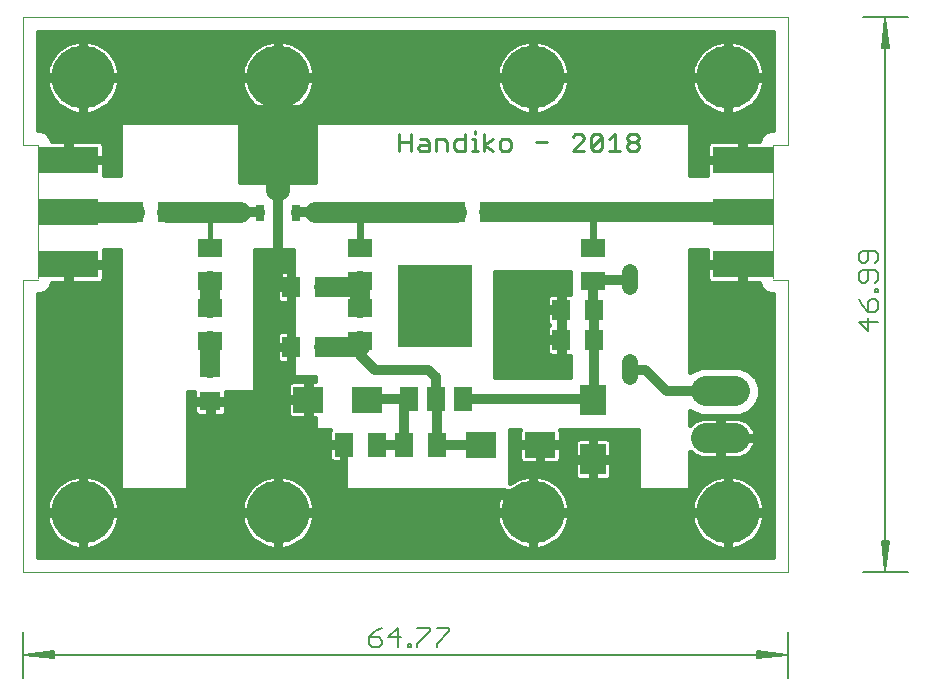
<source format=gtl>
G75*
%MOIN*%
%OFA0B0*%
%FSLAX25Y25*%
%IPPOS*%
%LPD*%
%AMOC8*
5,1,8,0,0,1.08239X$1,22.5*
%
%ADD10R,0.25000X0.27500*%
%ADD11C,0.00512*%
%ADD12C,0.00600*%
%ADD13C,0.00900*%
%ADD14C,0.00000*%
%ADD15R,0.08661X0.10236*%
%ADD16R,0.06299X0.07087*%
%ADD17R,0.10236X0.08661*%
%ADD18R,0.07087X0.06299*%
%ADD19C,0.05200*%
%ADD20R,0.05900X0.07900*%
%ADD21R,0.15000X0.07900*%
%ADD22C,0.09900*%
%ADD23R,0.06299X0.07874*%
%ADD24R,0.07874X0.06299*%
%ADD25R,0.03150X0.05512*%
%ADD26R,0.03150X0.07480*%
%ADD27C,0.06000*%
%ADD28R,0.20000X0.09000*%
%ADD29C,0.21000*%
%ADD30C,0.03200*%
%ADD31C,0.07000*%
%ADD32C,0.01600*%
%ADD33C,0.02400*%
%ADD34C,0.06600*%
%ADD35OC8,0.05000*%
D10*
X0171006Y0125183D03*
D11*
X0033506Y0016433D02*
X0033506Y0001256D01*
X0033762Y0008933D02*
X0043743Y0007909D01*
X0043743Y0007676D02*
X0033762Y0008933D01*
X0043743Y0009957D01*
X0043743Y0010190D02*
X0043743Y0007676D01*
X0043743Y0008421D02*
X0033762Y0008933D01*
X0043743Y0009445D01*
X0043743Y0010190D02*
X0033762Y0008933D01*
X0288250Y0008933D01*
X0278270Y0007909D01*
X0278270Y0007676D02*
X0288250Y0008933D01*
X0278270Y0009957D01*
X0278270Y0010190D02*
X0278270Y0007676D01*
X0278270Y0008421D02*
X0288250Y0008933D01*
X0278270Y0009445D01*
X0278270Y0010190D02*
X0288250Y0008933D01*
X0288506Y0016433D02*
X0288506Y0001256D01*
X0313506Y0036433D02*
X0328683Y0036433D01*
X0321006Y0036689D02*
X0322030Y0046669D01*
X0322263Y0046669D02*
X0321006Y0036689D01*
X0319983Y0046669D01*
X0319749Y0046669D02*
X0322263Y0046669D01*
X0321518Y0046669D02*
X0321006Y0036689D01*
X0320494Y0046669D01*
X0319749Y0046669D02*
X0321006Y0036689D01*
X0321006Y0221177D01*
X0322030Y0211197D01*
X0322263Y0211197D02*
X0321006Y0221177D01*
X0319983Y0211197D01*
X0319749Y0211197D02*
X0322263Y0211197D01*
X0321518Y0211197D02*
X0321006Y0221177D01*
X0320494Y0211197D01*
X0319749Y0211197D02*
X0321006Y0221177D01*
X0313506Y0221433D02*
X0328683Y0221433D01*
D12*
X0317377Y0143587D02*
X0313107Y0143587D01*
X0312039Y0142520D01*
X0312039Y0140385D01*
X0313107Y0139317D01*
X0314174Y0139317D01*
X0315242Y0140385D01*
X0315242Y0143587D01*
X0317377Y0143587D02*
X0318444Y0142520D01*
X0318444Y0140385D01*
X0317377Y0139317D01*
X0317377Y0137142D02*
X0313107Y0137142D01*
X0312039Y0136074D01*
X0312039Y0133939D01*
X0313107Y0132872D01*
X0314174Y0132872D01*
X0315242Y0133939D01*
X0315242Y0137142D01*
X0317377Y0137142D02*
X0318444Y0136074D01*
X0318444Y0133939D01*
X0317377Y0132872D01*
X0317377Y0130716D02*
X0318444Y0130716D01*
X0318444Y0129649D01*
X0317377Y0129649D01*
X0317377Y0130716D01*
X0317377Y0127474D02*
X0316309Y0127474D01*
X0315242Y0126406D01*
X0315242Y0123203D01*
X0317377Y0123203D01*
X0318444Y0124271D01*
X0318444Y0126406D01*
X0317377Y0127474D01*
X0313107Y0125339D02*
X0315242Y0123203D01*
X0315242Y0121028D02*
X0315242Y0116758D01*
X0312039Y0119961D01*
X0318444Y0119961D01*
X0313107Y0125339D02*
X0312039Y0127474D01*
X0175661Y0017900D02*
X0171390Y0017900D01*
X0169215Y0017900D02*
X0169215Y0016833D01*
X0164945Y0012562D01*
X0164945Y0011495D01*
X0162790Y0011495D02*
X0161722Y0011495D01*
X0161722Y0012562D01*
X0162790Y0012562D01*
X0162790Y0011495D01*
X0158479Y0011495D02*
X0158479Y0017900D01*
X0155277Y0014698D01*
X0159547Y0014698D01*
X0164945Y0017900D02*
X0169215Y0017900D01*
X0171390Y0012562D02*
X0175661Y0016833D01*
X0175661Y0017900D01*
X0171390Y0012562D02*
X0171390Y0011495D01*
X0153101Y0012562D02*
X0153101Y0013630D01*
X0152034Y0014698D01*
X0148831Y0014698D01*
X0148831Y0012562D01*
X0149899Y0011495D01*
X0152034Y0011495D01*
X0153101Y0012562D01*
X0150966Y0016833D02*
X0148831Y0014698D01*
X0150966Y0016833D02*
X0153101Y0017900D01*
D13*
X0158956Y0176883D02*
X0158956Y0182588D01*
X0158956Y0179736D02*
X0162760Y0179736D01*
X0162760Y0182588D02*
X0162760Y0176883D01*
X0165033Y0177834D02*
X0165984Y0178785D01*
X0168837Y0178785D01*
X0168837Y0179736D02*
X0168837Y0176883D01*
X0165984Y0176883D01*
X0165033Y0177834D01*
X0167886Y0180686D02*
X0168837Y0179736D01*
X0167886Y0180686D02*
X0165984Y0180686D01*
X0171111Y0180686D02*
X0173963Y0180686D01*
X0174914Y0179736D01*
X0174914Y0176883D01*
X0177188Y0177834D02*
X0177188Y0179736D01*
X0178139Y0180686D01*
X0180991Y0180686D01*
X0180991Y0182588D02*
X0180991Y0176883D01*
X0178139Y0176883D01*
X0177188Y0177834D01*
X0183265Y0176883D02*
X0185167Y0176883D01*
X0184216Y0176883D02*
X0184216Y0180686D01*
X0183265Y0180686D01*
X0184216Y0182588D02*
X0184216Y0183539D01*
X0187317Y0182588D02*
X0187317Y0176883D01*
X0187317Y0178785D02*
X0190169Y0180686D01*
X0192381Y0179736D02*
X0192381Y0177834D01*
X0193332Y0176883D01*
X0195233Y0176883D01*
X0196184Y0177834D01*
X0196184Y0179736D01*
X0195233Y0180686D01*
X0193332Y0180686D01*
X0192381Y0179736D01*
X0190169Y0176883D02*
X0187317Y0178785D01*
X0171111Y0176883D02*
X0171111Y0180686D01*
X0204535Y0179736D02*
X0208338Y0179736D01*
X0216690Y0181637D02*
X0217640Y0182588D01*
X0219542Y0182588D01*
X0220493Y0181637D01*
X0220493Y0180686D01*
X0216690Y0176883D01*
X0220493Y0176883D01*
X0222767Y0177834D02*
X0226570Y0181637D01*
X0226570Y0177834D01*
X0225619Y0176883D01*
X0223718Y0176883D01*
X0222767Y0177834D01*
X0222767Y0181637D01*
X0223718Y0182588D01*
X0225619Y0182588D01*
X0226570Y0181637D01*
X0228844Y0180686D02*
X0230746Y0182588D01*
X0230746Y0176883D01*
X0232647Y0176883D02*
X0228844Y0176883D01*
X0234921Y0177834D02*
X0234921Y0178785D01*
X0235872Y0179736D01*
X0237774Y0179736D01*
X0238724Y0178785D01*
X0238724Y0177834D01*
X0237774Y0176883D01*
X0235872Y0176883D01*
X0234921Y0177834D01*
X0235872Y0179736D02*
X0234921Y0180686D01*
X0234921Y0181637D01*
X0235872Y0182588D01*
X0237774Y0182588D01*
X0238724Y0181637D01*
X0238724Y0180686D01*
X0237774Y0179736D01*
D14*
X0283506Y0178933D02*
X0288506Y0178933D01*
X0288506Y0221433D01*
X0033506Y0221433D01*
X0033506Y0178933D01*
X0038506Y0178933D01*
X0038506Y0178433D02*
X0038506Y0134433D01*
X0038506Y0133933D02*
X0033506Y0133933D01*
X0033506Y0036433D01*
X0288506Y0036433D01*
X0288506Y0133933D01*
X0283506Y0133933D01*
X0283506Y0134433D02*
X0283506Y0178433D01*
D15*
X0223506Y0093776D03*
X0223506Y0074091D03*
D16*
X0224018Y0113933D03*
X0212994Y0113933D03*
X0212994Y0123933D03*
X0224018Y0123933D03*
X0189018Y0156433D03*
X0177994Y0156433D03*
X0134018Y0131433D03*
X0122994Y0131433D03*
X0122994Y0111433D03*
X0134018Y0111433D03*
X0081518Y0156433D03*
X0070494Y0156433D03*
D17*
X0128664Y0093933D03*
X0148349Y0093933D03*
X0186164Y0078933D03*
X0205849Y0078933D03*
D18*
X0096006Y0093421D03*
X0096006Y0104445D03*
D19*
X0236006Y0106533D02*
X0236006Y0101333D01*
X0236006Y0131333D02*
X0236006Y0136533D01*
D20*
X0180106Y0094033D03*
X0171106Y0094033D03*
X0162106Y0094033D03*
D21*
X0171006Y0118833D03*
D22*
X0261056Y0096733D02*
X0270956Y0096733D01*
X0270956Y0081133D02*
X0261056Y0081133D01*
D23*
X0171518Y0078933D03*
X0160494Y0078933D03*
X0151518Y0078933D03*
X0140494Y0078933D03*
D24*
X0146006Y0113421D03*
X0146006Y0124445D03*
X0146006Y0133421D03*
X0146006Y0144445D03*
X0096006Y0144445D03*
X0096006Y0133421D03*
X0096006Y0124445D03*
X0096006Y0113421D03*
X0223506Y0133421D03*
X0223506Y0144445D03*
D25*
X0124408Y0156134D03*
X0112605Y0156134D03*
D26*
X0118506Y0157134D03*
D27*
X0119506Y0163449D02*
X0117506Y0163449D01*
X0117506Y0171819D01*
X0119506Y0171819D01*
X0119506Y0163449D01*
X0119506Y0169448D02*
X0117506Y0169448D01*
D28*
X0048606Y0173833D03*
X0048606Y0156433D03*
X0048606Y0139033D03*
X0273406Y0139033D03*
X0273406Y0156433D03*
X0273406Y0173833D03*
D29*
X0268506Y0201433D03*
X0203506Y0201433D03*
X0118506Y0201433D03*
X0053506Y0201433D03*
X0053506Y0056433D03*
X0118506Y0056433D03*
X0203506Y0056433D03*
X0268506Y0056433D03*
D30*
X0224018Y0094287D02*
X0223506Y0093776D01*
X0223249Y0094033D01*
X0180106Y0094033D01*
X0171518Y0093621D02*
X0171106Y0094033D01*
X0171106Y0101333D01*
X0168506Y0103933D01*
X0151006Y0103933D01*
X0146006Y0108933D01*
X0146006Y0111433D01*
X0148449Y0094033D02*
X0148349Y0093933D01*
X0148449Y0094033D02*
X0160494Y0094033D01*
X0160494Y0078933D01*
X0151518Y0078933D01*
X0171518Y0078933D02*
X0186164Y0078933D01*
X0171518Y0078933D02*
X0171518Y0093621D01*
X0162106Y0094033D02*
X0160494Y0094033D01*
X0122994Y0131433D02*
X0118506Y0131433D01*
X0118506Y0157134D01*
X0118506Y0167634D01*
X0112605Y0156433D02*
X0106006Y0156433D01*
X0112605Y0156433D02*
X0112605Y0156134D01*
X0124408Y0156134D02*
X0124408Y0156433D01*
X0131006Y0156433D01*
X0223506Y0133421D02*
X0223506Y0124445D01*
X0224018Y0123933D01*
X0224018Y0113933D01*
X0224018Y0094287D01*
X0236006Y0103933D02*
X0241006Y0103933D01*
X0248206Y0096733D01*
X0266006Y0096733D01*
X0224018Y0133933D02*
X0223506Y0133421D01*
X0224018Y0133933D02*
X0236006Y0133933D01*
D31*
X0177994Y0156433D02*
X0146006Y0156433D01*
X0131006Y0156433D01*
X0106006Y0156433D02*
X0096006Y0156433D01*
X0081518Y0156433D01*
X0070494Y0156433D02*
X0048606Y0156433D01*
D32*
X0060363Y0168933D02*
X0060406Y0169096D01*
X0060406Y0173033D01*
X0049406Y0173033D01*
X0049406Y0174633D01*
X0047806Y0174633D01*
X0047806Y0180133D01*
X0043205Y0180133D01*
X0042576Y0181652D01*
X0041225Y0183002D01*
X0039461Y0183733D01*
X0038506Y0183733D01*
X0038506Y0216433D01*
X0283506Y0216433D01*
X0283506Y0183733D01*
X0282552Y0183733D01*
X0280787Y0183002D01*
X0279437Y0181652D01*
X0278808Y0180133D01*
X0274206Y0180133D01*
X0274206Y0174633D01*
X0272606Y0174633D01*
X0272606Y0173033D01*
X0261606Y0173033D01*
X0261606Y0169096D01*
X0261650Y0168933D01*
X0256006Y0168933D01*
X0256006Y0186433D01*
X0066006Y0186433D01*
X0066006Y0168933D01*
X0060363Y0168933D01*
X0060406Y0169110D02*
X0066006Y0169110D01*
X0066006Y0170708D02*
X0060406Y0170708D01*
X0060406Y0172307D02*
X0066006Y0172307D01*
X0066006Y0173905D02*
X0049406Y0173905D01*
X0049406Y0174633D02*
X0060406Y0174633D01*
X0060406Y0178570D01*
X0060284Y0179028D01*
X0060047Y0179438D01*
X0059712Y0179773D01*
X0059301Y0180010D01*
X0058843Y0180133D01*
X0049406Y0180133D01*
X0049406Y0174633D01*
X0049406Y0175504D02*
X0047806Y0175504D01*
X0047806Y0177102D02*
X0049406Y0177102D01*
X0049406Y0178701D02*
X0047806Y0178701D01*
X0043136Y0180299D02*
X0066006Y0180299D01*
X0066006Y0178701D02*
X0060371Y0178701D01*
X0060406Y0177102D02*
X0066006Y0177102D01*
X0066006Y0175504D02*
X0060406Y0175504D01*
X0066006Y0181898D02*
X0042330Y0181898D01*
X0040033Y0183496D02*
X0066006Y0183496D01*
X0066006Y0185095D02*
X0038506Y0185095D01*
X0038506Y0186693D02*
X0283506Y0186693D01*
X0283506Y0185095D02*
X0256006Y0185095D01*
X0256006Y0183496D02*
X0281979Y0183496D01*
X0279683Y0181898D02*
X0256006Y0181898D01*
X0256006Y0180299D02*
X0278877Y0180299D01*
X0274206Y0178701D02*
X0272606Y0178701D01*
X0272606Y0180133D02*
X0263169Y0180133D01*
X0262712Y0180010D01*
X0262301Y0179773D01*
X0261966Y0179438D01*
X0261729Y0179028D01*
X0261606Y0178570D01*
X0261606Y0174633D01*
X0272606Y0174633D01*
X0272606Y0180133D01*
X0272606Y0177102D02*
X0274206Y0177102D01*
X0274206Y0175504D02*
X0272606Y0175504D01*
X0272606Y0173905D02*
X0256006Y0173905D01*
X0256006Y0172307D02*
X0261606Y0172307D01*
X0261606Y0170708D02*
X0256006Y0170708D01*
X0256006Y0169110D02*
X0261606Y0169110D01*
X0261606Y0175504D02*
X0256006Y0175504D01*
X0256006Y0177102D02*
X0261606Y0177102D01*
X0261641Y0178701D02*
X0256006Y0178701D01*
X0266443Y0189288D02*
X0267706Y0189145D01*
X0267706Y0200633D01*
X0256219Y0200633D01*
X0256361Y0199369D01*
X0256668Y0198023D01*
X0257125Y0196719D01*
X0257724Y0195474D01*
X0258459Y0194304D01*
X0259320Y0193224D01*
X0260297Y0192247D01*
X0261377Y0191386D01*
X0262547Y0190651D01*
X0263792Y0190051D01*
X0265096Y0189595D01*
X0266443Y0189288D01*
X0267706Y0189890D02*
X0269306Y0189890D01*
X0269306Y0189145D02*
X0270570Y0189288D01*
X0271917Y0189595D01*
X0273221Y0190051D01*
X0274465Y0190651D01*
X0275635Y0191386D01*
X0276715Y0192247D01*
X0277692Y0193224D01*
X0278553Y0194304D01*
X0279288Y0195474D01*
X0279888Y0196719D01*
X0280344Y0198023D01*
X0280652Y0199369D01*
X0280794Y0200633D01*
X0269306Y0200633D01*
X0269306Y0189145D01*
X0269306Y0191489D02*
X0267706Y0191489D01*
X0267706Y0193087D02*
X0269306Y0193087D01*
X0269306Y0194686D02*
X0267706Y0194686D01*
X0267706Y0196284D02*
X0269306Y0196284D01*
X0269306Y0197883D02*
X0267706Y0197883D01*
X0267706Y0199481D02*
X0269306Y0199481D01*
X0269306Y0200633D02*
X0267706Y0200633D01*
X0267706Y0202233D01*
X0256219Y0202233D01*
X0256361Y0203497D01*
X0256668Y0204844D01*
X0257125Y0206147D01*
X0257724Y0207392D01*
X0258459Y0208562D01*
X0259320Y0209642D01*
X0260297Y0210619D01*
X0261377Y0211480D01*
X0262547Y0212215D01*
X0263792Y0212815D01*
X0265096Y0213271D01*
X0266443Y0213578D01*
X0267706Y0213721D01*
X0267706Y0202233D01*
X0269306Y0202233D01*
X0269306Y0213721D01*
X0270570Y0213578D01*
X0271917Y0213271D01*
X0273221Y0212815D01*
X0274465Y0212215D01*
X0275635Y0211480D01*
X0276715Y0210619D01*
X0277692Y0209642D01*
X0278553Y0208562D01*
X0279288Y0207392D01*
X0279888Y0206147D01*
X0280344Y0204844D01*
X0280652Y0203497D01*
X0280794Y0202233D01*
X0269306Y0202233D01*
X0269306Y0200633D01*
X0269306Y0201080D02*
X0283506Y0201080D01*
X0283506Y0202678D02*
X0280744Y0202678D01*
X0280474Y0204277D02*
X0283506Y0204277D01*
X0283506Y0205875D02*
X0279983Y0205875D01*
X0279237Y0207474D02*
X0283506Y0207474D01*
X0283506Y0209072D02*
X0278147Y0209072D01*
X0276650Y0210671D02*
X0283506Y0210671D01*
X0283506Y0212269D02*
X0274353Y0212269D01*
X0269306Y0212269D02*
X0267706Y0212269D01*
X0267706Y0210671D02*
X0269306Y0210671D01*
X0269306Y0209072D02*
X0267706Y0209072D01*
X0267706Y0207474D02*
X0269306Y0207474D01*
X0269306Y0205875D02*
X0267706Y0205875D01*
X0267706Y0204277D02*
X0269306Y0204277D01*
X0269306Y0202678D02*
X0267706Y0202678D01*
X0267706Y0201080D02*
X0204306Y0201080D01*
X0204306Y0200633D02*
X0204306Y0202233D01*
X0202706Y0202233D01*
X0202706Y0200633D01*
X0191219Y0200633D01*
X0191361Y0199369D01*
X0191668Y0198023D01*
X0192125Y0196719D01*
X0192724Y0195474D01*
X0193459Y0194304D01*
X0194320Y0193224D01*
X0195297Y0192247D01*
X0196377Y0191386D01*
X0197547Y0190651D01*
X0198792Y0190051D01*
X0200096Y0189595D01*
X0201443Y0189288D01*
X0202706Y0189145D01*
X0202706Y0200633D01*
X0204306Y0200633D01*
X0204306Y0189145D01*
X0205570Y0189288D01*
X0206917Y0189595D01*
X0208221Y0190051D01*
X0209465Y0190651D01*
X0210635Y0191386D01*
X0211715Y0192247D01*
X0212692Y0193224D01*
X0213553Y0194304D01*
X0214288Y0195474D01*
X0214888Y0196719D01*
X0215344Y0198023D01*
X0215652Y0199369D01*
X0215794Y0200633D01*
X0204306Y0200633D01*
X0204306Y0199481D02*
X0202706Y0199481D01*
X0202706Y0197883D02*
X0204306Y0197883D01*
X0204306Y0196284D02*
X0202706Y0196284D01*
X0202706Y0194686D02*
X0204306Y0194686D01*
X0204306Y0193087D02*
X0202706Y0193087D01*
X0202706Y0191489D02*
X0204306Y0191489D01*
X0204306Y0189890D02*
X0202706Y0189890D01*
X0199253Y0189890D02*
X0122760Y0189890D01*
X0123221Y0190051D02*
X0124465Y0190651D01*
X0125635Y0191386D01*
X0126715Y0192247D01*
X0127692Y0193224D01*
X0128553Y0194304D01*
X0129288Y0195474D01*
X0129888Y0196719D01*
X0130344Y0198023D01*
X0130652Y0199369D01*
X0130794Y0200633D01*
X0119306Y0200633D01*
X0119306Y0189145D01*
X0120570Y0189288D01*
X0121917Y0189595D01*
X0123221Y0190051D01*
X0125764Y0191489D02*
X0196248Y0191489D01*
X0194457Y0193087D02*
X0127555Y0193087D01*
X0128793Y0194686D02*
X0193219Y0194686D01*
X0192334Y0196284D02*
X0129679Y0196284D01*
X0130295Y0197883D02*
X0191717Y0197883D01*
X0191348Y0199481D02*
X0130664Y0199481D01*
X0130794Y0202233D02*
X0130652Y0203497D01*
X0130344Y0204844D01*
X0129888Y0206147D01*
X0129288Y0207392D01*
X0128553Y0208562D01*
X0127692Y0209642D01*
X0126715Y0210619D01*
X0125635Y0211480D01*
X0124465Y0212215D01*
X0123221Y0212815D01*
X0121917Y0213271D01*
X0120570Y0213578D01*
X0119306Y0213721D01*
X0119306Y0202233D01*
X0117706Y0202233D01*
X0117706Y0200633D01*
X0106219Y0200633D01*
X0106361Y0199369D01*
X0106668Y0198023D01*
X0107125Y0196719D01*
X0107724Y0195474D01*
X0108459Y0194304D01*
X0109320Y0193224D01*
X0110297Y0192247D01*
X0111377Y0191386D01*
X0112547Y0190651D01*
X0113792Y0190051D01*
X0115096Y0189595D01*
X0116443Y0189288D01*
X0117706Y0189145D01*
X0117706Y0200633D01*
X0119306Y0200633D01*
X0119306Y0202233D01*
X0130794Y0202233D01*
X0130744Y0202678D02*
X0191269Y0202678D01*
X0191219Y0202233D02*
X0191361Y0203497D01*
X0191668Y0204844D01*
X0192125Y0206147D01*
X0192724Y0207392D01*
X0193459Y0208562D01*
X0194320Y0209642D01*
X0195297Y0210619D01*
X0196377Y0211480D01*
X0197547Y0212215D01*
X0198792Y0212815D01*
X0200096Y0213271D01*
X0201443Y0213578D01*
X0202706Y0213721D01*
X0202706Y0202233D01*
X0191219Y0202233D01*
X0191539Y0204277D02*
X0130474Y0204277D01*
X0129983Y0205875D02*
X0192029Y0205875D01*
X0192775Y0207474D02*
X0129237Y0207474D01*
X0128147Y0209072D02*
X0193866Y0209072D01*
X0195362Y0210671D02*
X0126650Y0210671D01*
X0124353Y0212269D02*
X0197659Y0212269D01*
X0202706Y0212269D02*
X0204306Y0212269D01*
X0204306Y0213721D02*
X0204306Y0202233D01*
X0215794Y0202233D01*
X0215652Y0203497D01*
X0215344Y0204844D01*
X0214888Y0206147D01*
X0214288Y0207392D01*
X0213553Y0208562D01*
X0212692Y0209642D01*
X0211715Y0210619D01*
X0210635Y0211480D01*
X0209465Y0212215D01*
X0208221Y0212815D01*
X0206917Y0213271D01*
X0205570Y0213578D01*
X0204306Y0213721D01*
X0204306Y0210671D02*
X0202706Y0210671D01*
X0202706Y0209072D02*
X0204306Y0209072D01*
X0204306Y0207474D02*
X0202706Y0207474D01*
X0202706Y0205875D02*
X0204306Y0205875D01*
X0204306Y0204277D02*
X0202706Y0204277D01*
X0202706Y0202678D02*
X0204306Y0202678D01*
X0202706Y0201080D02*
X0119306Y0201080D01*
X0119306Y0202678D02*
X0117706Y0202678D01*
X0117706Y0202233D02*
X0117706Y0213721D01*
X0116443Y0213578D01*
X0115096Y0213271D01*
X0113792Y0212815D01*
X0112547Y0212215D01*
X0111377Y0211480D01*
X0110297Y0210619D01*
X0109320Y0209642D01*
X0108459Y0208562D01*
X0107724Y0207392D01*
X0107125Y0206147D01*
X0106668Y0204844D01*
X0106361Y0203497D01*
X0106219Y0202233D01*
X0117706Y0202233D01*
X0117706Y0201080D02*
X0054306Y0201080D01*
X0054306Y0200633D02*
X0054306Y0202233D01*
X0052706Y0202233D01*
X0052706Y0200633D01*
X0041219Y0200633D01*
X0041361Y0199369D01*
X0041668Y0198023D01*
X0042125Y0196719D01*
X0042724Y0195474D01*
X0043459Y0194304D01*
X0044320Y0193224D01*
X0045297Y0192247D01*
X0046377Y0191386D01*
X0047547Y0190651D01*
X0048792Y0190051D01*
X0050096Y0189595D01*
X0051443Y0189288D01*
X0052706Y0189145D01*
X0052706Y0200633D01*
X0054306Y0200633D01*
X0054306Y0189145D01*
X0055570Y0189288D01*
X0056917Y0189595D01*
X0058221Y0190051D01*
X0059465Y0190651D01*
X0060635Y0191386D01*
X0061715Y0192247D01*
X0062692Y0193224D01*
X0063553Y0194304D01*
X0064288Y0195474D01*
X0064888Y0196719D01*
X0065344Y0198023D01*
X0065652Y0199369D01*
X0065794Y0200633D01*
X0054306Y0200633D01*
X0054306Y0199481D02*
X0052706Y0199481D01*
X0052706Y0197883D02*
X0054306Y0197883D01*
X0054306Y0196284D02*
X0052706Y0196284D01*
X0052706Y0194686D02*
X0054306Y0194686D01*
X0054306Y0193087D02*
X0052706Y0193087D01*
X0052706Y0191489D02*
X0054306Y0191489D01*
X0054306Y0189890D02*
X0052706Y0189890D01*
X0049253Y0189890D02*
X0038506Y0189890D01*
X0038506Y0188292D02*
X0283506Y0188292D01*
X0283506Y0189890D02*
X0272760Y0189890D01*
X0275764Y0191489D02*
X0283506Y0191489D01*
X0283506Y0193087D02*
X0277555Y0193087D01*
X0278793Y0194686D02*
X0283506Y0194686D01*
X0283506Y0196284D02*
X0279679Y0196284D01*
X0280295Y0197883D02*
X0283506Y0197883D01*
X0283506Y0199481D02*
X0280664Y0199481D01*
X0264253Y0189890D02*
X0207760Y0189890D01*
X0210764Y0191489D02*
X0261248Y0191489D01*
X0259457Y0193087D02*
X0212555Y0193087D01*
X0213793Y0194686D02*
X0258219Y0194686D01*
X0257334Y0196284D02*
X0214679Y0196284D01*
X0215295Y0197883D02*
X0256717Y0197883D01*
X0256348Y0199481D02*
X0215664Y0199481D01*
X0215744Y0202678D02*
X0256269Y0202678D01*
X0256539Y0204277D02*
X0215474Y0204277D01*
X0214983Y0205875D02*
X0257029Y0205875D01*
X0257775Y0207474D02*
X0214237Y0207474D01*
X0213147Y0209072D02*
X0258866Y0209072D01*
X0260362Y0210671D02*
X0211650Y0210671D01*
X0209353Y0212269D02*
X0262659Y0212269D01*
X0283506Y0213868D02*
X0038506Y0213868D01*
X0038506Y0215466D02*
X0283506Y0215466D01*
X0261650Y0143933D02*
X0256006Y0143933D01*
X0256006Y0103209D01*
X0256440Y0103642D01*
X0259435Y0104883D01*
X0272577Y0104883D01*
X0275573Y0103642D01*
X0277866Y0101350D01*
X0279106Y0098354D01*
X0279106Y0095112D01*
X0277866Y0092116D01*
X0275573Y0089824D01*
X0272577Y0088583D01*
X0259435Y0088583D01*
X0256440Y0089824D01*
X0256006Y0090257D01*
X0256006Y0085629D01*
X0256596Y0086219D01*
X0257298Y0086758D01*
X0258064Y0087200D01*
X0258882Y0087539D01*
X0259737Y0087768D01*
X0260614Y0087883D01*
X0265206Y0087883D01*
X0265206Y0081933D01*
X0266806Y0081933D01*
X0266806Y0087883D01*
X0271399Y0087883D01*
X0272276Y0087768D01*
X0273131Y0087539D01*
X0273948Y0087200D01*
X0274714Y0086758D01*
X0275416Y0086219D01*
X0276042Y0085593D01*
X0276581Y0084891D01*
X0277023Y0084125D01*
X0277362Y0083307D01*
X0277591Y0082453D01*
X0277659Y0081933D01*
X0266806Y0081933D01*
X0266806Y0080333D01*
X0266806Y0074383D01*
X0271399Y0074383D01*
X0272276Y0074499D01*
X0273131Y0074728D01*
X0273948Y0075066D01*
X0274714Y0075509D01*
X0275416Y0076047D01*
X0276042Y0076673D01*
X0276581Y0077375D01*
X0277023Y0078141D01*
X0277362Y0078959D01*
X0277591Y0079813D01*
X0277659Y0080333D01*
X0266806Y0080333D01*
X0265206Y0080333D01*
X0265206Y0074383D01*
X0260614Y0074383D01*
X0259737Y0074499D01*
X0258882Y0074728D01*
X0258064Y0075066D01*
X0257298Y0075509D01*
X0256596Y0076047D01*
X0256006Y0076637D01*
X0256006Y0063933D01*
X0238506Y0063933D01*
X0238506Y0083933D01*
X0212651Y0083933D01*
X0212767Y0083501D01*
X0212767Y0079733D01*
X0206649Y0079733D01*
X0206649Y0078133D01*
X0212767Y0078133D01*
X0212767Y0074365D01*
X0212644Y0073908D01*
X0212407Y0073497D01*
X0212072Y0073162D01*
X0211662Y0072925D01*
X0211204Y0072802D01*
X0206649Y0072802D01*
X0206649Y0078133D01*
X0205049Y0078133D01*
X0205049Y0072802D01*
X0200494Y0072802D01*
X0200036Y0072925D01*
X0199625Y0073162D01*
X0199290Y0073497D01*
X0199053Y0073908D01*
X0198931Y0074365D01*
X0198931Y0078133D01*
X0205049Y0078133D01*
X0205049Y0079733D01*
X0198931Y0079733D01*
X0198931Y0083501D01*
X0199047Y0083933D01*
X0196006Y0083933D01*
X0196006Y0066184D01*
X0196377Y0066480D01*
X0197547Y0067215D01*
X0198792Y0067815D01*
X0200096Y0068271D01*
X0201443Y0068578D01*
X0202706Y0068721D01*
X0202706Y0057233D01*
X0202706Y0055633D01*
X0191219Y0055633D01*
X0191361Y0054369D01*
X0191668Y0053023D01*
X0192125Y0051719D01*
X0192724Y0050474D01*
X0193459Y0049304D01*
X0194320Y0048224D01*
X0195297Y0047247D01*
X0196377Y0046386D01*
X0197547Y0045651D01*
X0198792Y0045051D01*
X0200096Y0044595D01*
X0201443Y0044288D01*
X0202706Y0044145D01*
X0202706Y0055633D01*
X0204306Y0055633D01*
X0204306Y0044145D01*
X0205570Y0044288D01*
X0206917Y0044595D01*
X0208221Y0045051D01*
X0209465Y0045651D01*
X0210635Y0046386D01*
X0211715Y0047247D01*
X0212692Y0048224D01*
X0213553Y0049304D01*
X0214288Y0050474D01*
X0214888Y0051719D01*
X0215344Y0053023D01*
X0215652Y0054369D01*
X0215794Y0055633D01*
X0204306Y0055633D01*
X0204306Y0057233D01*
X0202706Y0057233D01*
X0191219Y0057233D01*
X0191361Y0058497D01*
X0191668Y0059844D01*
X0192125Y0061147D01*
X0192724Y0062392D01*
X0193459Y0063562D01*
X0193755Y0063933D01*
X0128258Y0063933D01*
X0128553Y0063562D01*
X0129288Y0062392D01*
X0129888Y0061147D01*
X0130344Y0059844D01*
X0130652Y0058497D01*
X0130794Y0057233D01*
X0119306Y0057233D01*
X0119306Y0055633D01*
X0119306Y0044145D01*
X0120570Y0044288D01*
X0121917Y0044595D01*
X0123221Y0045051D01*
X0124465Y0045651D01*
X0125635Y0046386D01*
X0126715Y0047247D01*
X0127692Y0048224D01*
X0128553Y0049304D01*
X0129288Y0050474D01*
X0129888Y0051719D01*
X0130344Y0053023D01*
X0130652Y0054369D01*
X0130794Y0055633D01*
X0119306Y0055633D01*
X0117706Y0055633D01*
X0106219Y0055633D01*
X0106361Y0054369D01*
X0106668Y0053023D01*
X0107125Y0051719D01*
X0107724Y0050474D01*
X0108459Y0049304D01*
X0109320Y0048224D01*
X0110297Y0047247D01*
X0111377Y0046386D01*
X0112547Y0045651D01*
X0113792Y0045051D01*
X0115096Y0044595D01*
X0116443Y0044288D01*
X0117706Y0044145D01*
X0117706Y0055633D01*
X0117706Y0057233D01*
X0106219Y0057233D01*
X0106361Y0058497D01*
X0106668Y0059844D01*
X0107125Y0061147D01*
X0107724Y0062392D01*
X0108459Y0063562D01*
X0108755Y0063933D01*
X0066006Y0063933D01*
X0066006Y0143933D01*
X0060363Y0143933D01*
X0060406Y0143770D01*
X0060406Y0139833D01*
X0049406Y0139833D01*
X0049406Y0138233D01*
X0049406Y0132733D01*
X0058843Y0132733D01*
X0059301Y0132856D01*
X0059712Y0133093D01*
X0060047Y0133428D01*
X0060284Y0133838D01*
X0060406Y0134296D01*
X0060406Y0138233D01*
X0049406Y0138233D01*
X0047806Y0138233D01*
X0047806Y0132733D01*
X0043205Y0132733D01*
X0042576Y0131214D01*
X0041225Y0129864D01*
X0039461Y0129133D01*
X0038506Y0129133D01*
X0038506Y0041433D01*
X0283506Y0041433D01*
X0283506Y0129133D01*
X0282552Y0129133D01*
X0280787Y0129864D01*
X0279437Y0131214D01*
X0278808Y0132733D01*
X0274206Y0132733D01*
X0274206Y0138233D01*
X0272606Y0138233D01*
X0261606Y0138233D01*
X0261606Y0134296D01*
X0261729Y0133838D01*
X0261966Y0133428D01*
X0262301Y0133093D01*
X0262712Y0132856D01*
X0263169Y0132733D01*
X0272606Y0132733D01*
X0272606Y0138233D01*
X0272606Y0139833D01*
X0261606Y0139833D01*
X0261606Y0143770D01*
X0261650Y0143933D01*
X0261606Y0143533D02*
X0256006Y0143533D01*
X0256006Y0141935D02*
X0261606Y0141935D01*
X0261606Y0140336D02*
X0256006Y0140336D01*
X0256006Y0138738D02*
X0272606Y0138738D01*
X0272606Y0137139D02*
X0274206Y0137139D01*
X0274206Y0135541D02*
X0272606Y0135541D01*
X0272606Y0133942D02*
X0274206Y0133942D01*
X0278969Y0132344D02*
X0256006Y0132344D01*
X0256006Y0133942D02*
X0261701Y0133942D01*
X0261606Y0135541D02*
X0256006Y0135541D01*
X0256006Y0137139D02*
X0261606Y0137139D01*
X0256006Y0130745D02*
X0279906Y0130745D01*
X0282519Y0129147D02*
X0256006Y0129147D01*
X0256006Y0127548D02*
X0283506Y0127548D01*
X0283506Y0125950D02*
X0256006Y0125950D01*
X0256006Y0124351D02*
X0283506Y0124351D01*
X0283506Y0122753D02*
X0256006Y0122753D01*
X0256006Y0121154D02*
X0283506Y0121154D01*
X0283506Y0119556D02*
X0256006Y0119556D01*
X0256006Y0117957D02*
X0283506Y0117957D01*
X0283506Y0116359D02*
X0256006Y0116359D01*
X0256006Y0114760D02*
X0283506Y0114760D01*
X0283506Y0113162D02*
X0256006Y0113162D01*
X0256006Y0111563D02*
X0283506Y0111563D01*
X0283506Y0109965D02*
X0256006Y0109965D01*
X0256006Y0108366D02*
X0283506Y0108366D01*
X0283506Y0106768D02*
X0256006Y0106768D01*
X0256006Y0105169D02*
X0283506Y0105169D01*
X0283506Y0103571D02*
X0275645Y0103571D01*
X0277243Y0101972D02*
X0283506Y0101972D01*
X0283506Y0100374D02*
X0278270Y0100374D01*
X0278932Y0098775D02*
X0283506Y0098775D01*
X0283506Y0097177D02*
X0279106Y0097177D01*
X0279106Y0095578D02*
X0283506Y0095578D01*
X0283506Y0093979D02*
X0278637Y0093979D01*
X0277975Y0092381D02*
X0283506Y0092381D01*
X0283506Y0090782D02*
X0276532Y0090782D01*
X0274028Y0089184D02*
X0283506Y0089184D01*
X0283506Y0087585D02*
X0272956Y0087585D01*
X0275648Y0085987D02*
X0283506Y0085987D01*
X0283506Y0084388D02*
X0276871Y0084388D01*
X0277500Y0082790D02*
X0283506Y0082790D01*
X0283506Y0081191D02*
X0266806Y0081191D01*
X0266806Y0079593D02*
X0265206Y0079593D01*
X0265206Y0077994D02*
X0266806Y0077994D01*
X0266806Y0076396D02*
X0265206Y0076396D01*
X0265206Y0074797D02*
X0266806Y0074797D01*
X0273299Y0074797D02*
X0283506Y0074797D01*
X0283506Y0073199D02*
X0256006Y0073199D01*
X0256006Y0074797D02*
X0258713Y0074797D01*
X0256248Y0076396D02*
X0256006Y0076396D01*
X0256006Y0071600D02*
X0283506Y0071600D01*
X0283506Y0070002D02*
X0256006Y0070002D01*
X0256006Y0068403D02*
X0265676Y0068403D01*
X0265096Y0068271D02*
X0263792Y0067815D01*
X0262547Y0067215D01*
X0261377Y0066480D01*
X0260297Y0065619D01*
X0259320Y0064642D01*
X0258459Y0063562D01*
X0257724Y0062392D01*
X0257125Y0061147D01*
X0256668Y0059844D01*
X0256361Y0058497D01*
X0256219Y0057233D01*
X0267706Y0057233D01*
X0267706Y0055633D01*
X0256219Y0055633D01*
X0256361Y0054369D01*
X0256668Y0053023D01*
X0257125Y0051719D01*
X0257724Y0050474D01*
X0258459Y0049304D01*
X0259320Y0048224D01*
X0260297Y0047247D01*
X0261377Y0046386D01*
X0262547Y0045651D01*
X0263792Y0045051D01*
X0265096Y0044595D01*
X0266443Y0044288D01*
X0267706Y0044145D01*
X0267706Y0055633D01*
X0269306Y0055633D01*
X0269306Y0044145D01*
X0270570Y0044288D01*
X0271917Y0044595D01*
X0273221Y0045051D01*
X0274465Y0045651D01*
X0275635Y0046386D01*
X0276715Y0047247D01*
X0277692Y0048224D01*
X0278553Y0049304D01*
X0279288Y0050474D01*
X0279888Y0051719D01*
X0280344Y0053023D01*
X0280652Y0054369D01*
X0280794Y0055633D01*
X0269306Y0055633D01*
X0269306Y0057233D01*
X0267706Y0057233D01*
X0267706Y0068721D01*
X0266443Y0068578D01*
X0265096Y0068271D01*
X0267706Y0068403D02*
X0269306Y0068403D01*
X0269306Y0068721D02*
X0269306Y0057233D01*
X0280794Y0057233D01*
X0280652Y0058497D01*
X0280344Y0059844D01*
X0279888Y0061147D01*
X0279288Y0062392D01*
X0278553Y0063562D01*
X0277692Y0064642D01*
X0276715Y0065619D01*
X0275635Y0066480D01*
X0274465Y0067215D01*
X0273221Y0067815D01*
X0271917Y0068271D01*
X0270570Y0068578D01*
X0269306Y0068721D01*
X0269306Y0066805D02*
X0267706Y0066805D01*
X0267706Y0065206D02*
X0269306Y0065206D01*
X0269306Y0063608D02*
X0267706Y0063608D01*
X0267706Y0062009D02*
X0269306Y0062009D01*
X0269306Y0060411D02*
X0267706Y0060411D01*
X0267706Y0058812D02*
X0269306Y0058812D01*
X0269306Y0057214D02*
X0283506Y0057214D01*
X0283506Y0058812D02*
X0280580Y0058812D01*
X0280146Y0060411D02*
X0283506Y0060411D01*
X0283506Y0062009D02*
X0279473Y0062009D01*
X0278517Y0063608D02*
X0283506Y0063608D01*
X0283506Y0065206D02*
X0277128Y0065206D01*
X0275119Y0066805D02*
X0283506Y0066805D01*
X0283506Y0068403D02*
X0271337Y0068403D01*
X0261894Y0066805D02*
X0256006Y0066805D01*
X0256006Y0065206D02*
X0259885Y0065206D01*
X0258496Y0063608D02*
X0213517Y0063608D01*
X0213553Y0063562D02*
X0212692Y0064642D01*
X0211715Y0065619D01*
X0210635Y0066480D01*
X0209465Y0067215D01*
X0208221Y0067815D01*
X0206917Y0068271D01*
X0205570Y0068578D01*
X0204306Y0068721D01*
X0204306Y0057233D01*
X0215794Y0057233D01*
X0215652Y0058497D01*
X0215344Y0059844D01*
X0214888Y0061147D01*
X0214288Y0062392D01*
X0213553Y0063562D01*
X0214473Y0062009D02*
X0257540Y0062009D01*
X0256867Y0060411D02*
X0215146Y0060411D01*
X0215580Y0058812D02*
X0256433Y0058812D01*
X0256221Y0055615D02*
X0215792Y0055615D01*
X0215571Y0054017D02*
X0256441Y0054017D01*
X0256880Y0052418D02*
X0215133Y0052418D01*
X0214455Y0050820D02*
X0257558Y0050820D01*
X0258525Y0049221D02*
X0213487Y0049221D01*
X0212091Y0047623D02*
X0259922Y0047623D01*
X0261953Y0046024D02*
X0210059Y0046024D01*
X0206174Y0044426D02*
X0265839Y0044426D01*
X0267706Y0044426D02*
X0269306Y0044426D01*
X0269306Y0046024D02*
X0267706Y0046024D01*
X0267706Y0047623D02*
X0269306Y0047623D01*
X0269306Y0049221D02*
X0267706Y0049221D01*
X0267706Y0050820D02*
X0269306Y0050820D01*
X0269306Y0052418D02*
X0267706Y0052418D01*
X0267706Y0054017D02*
X0269306Y0054017D01*
X0269306Y0055615D02*
X0267706Y0055615D01*
X0267706Y0057214D02*
X0204306Y0057214D01*
X0204306Y0058812D02*
X0202706Y0058812D01*
X0202706Y0057214D02*
X0119306Y0057214D01*
X0119306Y0055615D02*
X0117706Y0055615D01*
X0117706Y0054017D02*
X0119306Y0054017D01*
X0119306Y0052418D02*
X0117706Y0052418D01*
X0117706Y0050820D02*
X0119306Y0050820D01*
X0119306Y0049221D02*
X0117706Y0049221D01*
X0117706Y0047623D02*
X0119306Y0047623D01*
X0119306Y0046024D02*
X0117706Y0046024D01*
X0117706Y0044426D02*
X0119306Y0044426D01*
X0121174Y0044426D02*
X0200839Y0044426D01*
X0202706Y0044426D02*
X0204306Y0044426D01*
X0204306Y0046024D02*
X0202706Y0046024D01*
X0202706Y0047623D02*
X0204306Y0047623D01*
X0204306Y0049221D02*
X0202706Y0049221D01*
X0202706Y0050820D02*
X0204306Y0050820D01*
X0204306Y0052418D02*
X0202706Y0052418D01*
X0202706Y0054017D02*
X0204306Y0054017D01*
X0204306Y0055615D02*
X0202706Y0055615D01*
X0202706Y0060411D02*
X0204306Y0060411D01*
X0204306Y0062009D02*
X0202706Y0062009D01*
X0202706Y0063608D02*
X0204306Y0063608D01*
X0204306Y0065206D02*
X0202706Y0065206D01*
X0202706Y0066805D02*
X0204306Y0066805D01*
X0204306Y0068403D02*
X0202706Y0068403D01*
X0200676Y0068403D02*
X0196006Y0068403D01*
X0196006Y0066805D02*
X0196894Y0066805D01*
X0193496Y0063608D02*
X0128517Y0063608D01*
X0128258Y0063933D02*
X0127692Y0064642D01*
X0126715Y0065619D01*
X0125635Y0066480D01*
X0124465Y0067215D01*
X0123221Y0067815D01*
X0121917Y0068271D01*
X0120570Y0068578D01*
X0119306Y0068721D01*
X0119306Y0063933D01*
X0117706Y0063933D01*
X0117706Y0068721D01*
X0116443Y0068578D01*
X0115096Y0068271D01*
X0113792Y0067815D01*
X0112547Y0067215D01*
X0111377Y0066480D01*
X0110297Y0065619D01*
X0109320Y0064642D01*
X0108755Y0063933D01*
X0088506Y0063933D01*
X0088506Y0096433D01*
X0090663Y0096433D01*
X0090663Y0094196D01*
X0095231Y0094196D01*
X0095231Y0092646D01*
X0096781Y0092646D01*
X0096781Y0088472D01*
X0099787Y0088472D01*
X0100244Y0088594D01*
X0100655Y0088831D01*
X0100990Y0089166D01*
X0101227Y0089577D01*
X0101350Y0090035D01*
X0101350Y0092646D01*
X0096781Y0092646D01*
X0096781Y0094196D01*
X0101350Y0094196D01*
X0101350Y0096433D01*
X0111006Y0096433D01*
X0111006Y0143933D01*
X0123506Y0143933D01*
X0123506Y0132208D01*
X0122220Y0132208D01*
X0122220Y0136776D01*
X0119608Y0136776D01*
X0119150Y0136654D01*
X0118740Y0136417D01*
X0118405Y0136082D01*
X0118168Y0135671D01*
X0118045Y0135213D01*
X0118045Y0132208D01*
X0122220Y0132208D01*
X0122220Y0130658D01*
X0123506Y0130658D01*
X0123506Y0112208D01*
X0122220Y0112208D01*
X0122220Y0116776D01*
X0119608Y0116776D01*
X0119150Y0116654D01*
X0118740Y0116417D01*
X0118405Y0116082D01*
X0118168Y0115671D01*
X0118045Y0115213D01*
X0118045Y0112208D01*
X0122220Y0112208D01*
X0122220Y0110658D01*
X0123506Y0110658D01*
X0123506Y0101433D01*
X0131006Y0101433D01*
X0131006Y0100064D01*
X0129464Y0100064D01*
X0129464Y0094733D01*
X0127864Y0094733D01*
X0127864Y0100064D01*
X0123309Y0100064D01*
X0122851Y0099941D01*
X0122440Y0099704D01*
X0122105Y0099369D01*
X0121868Y0098959D01*
X0121746Y0098501D01*
X0121746Y0094733D01*
X0127864Y0094733D01*
X0127864Y0093133D01*
X0129464Y0093133D01*
X0129464Y0087802D01*
X0131006Y0087802D01*
X0131006Y0083933D01*
X0135880Y0083933D01*
X0135668Y0083565D01*
X0135545Y0083107D01*
X0135545Y0079708D01*
X0139720Y0079708D01*
X0139720Y0078158D01*
X0141006Y0078158D01*
X0141006Y0063933D01*
X0128258Y0063933D01*
X0127128Y0065206D02*
X0141006Y0065206D01*
X0141006Y0066805D02*
X0125119Y0066805D01*
X0121337Y0068403D02*
X0141006Y0068403D01*
X0141006Y0070002D02*
X0088506Y0070002D01*
X0088506Y0071600D02*
X0141006Y0071600D01*
X0141006Y0073199D02*
X0139720Y0073199D01*
X0139720Y0073196D02*
X0139720Y0078158D01*
X0135545Y0078158D01*
X0135545Y0074759D01*
X0135668Y0074301D01*
X0135905Y0073891D01*
X0136240Y0073556D01*
X0136650Y0073319D01*
X0137108Y0073196D01*
X0139720Y0073196D01*
X0139720Y0074797D02*
X0141006Y0074797D01*
X0141006Y0076396D02*
X0139720Y0076396D01*
X0139720Y0077994D02*
X0141006Y0077994D01*
X0139720Y0079593D02*
X0088506Y0079593D01*
X0088506Y0081191D02*
X0135545Y0081191D01*
X0135545Y0082790D02*
X0088506Y0082790D01*
X0088506Y0084388D02*
X0131006Y0084388D01*
X0131006Y0085987D02*
X0088506Y0085987D01*
X0088506Y0087585D02*
X0131006Y0087585D01*
X0129464Y0089184D02*
X0127864Y0089184D01*
X0127864Y0087802D02*
X0123309Y0087802D01*
X0122851Y0087925D01*
X0122440Y0088162D01*
X0122105Y0088497D01*
X0121868Y0088908D01*
X0121746Y0089365D01*
X0121746Y0093133D01*
X0127864Y0093133D01*
X0127864Y0087802D01*
X0127864Y0090782D02*
X0129464Y0090782D01*
X0129464Y0092381D02*
X0127864Y0092381D01*
X0127864Y0093979D02*
X0096781Y0093979D01*
X0095231Y0093979D02*
X0088506Y0093979D01*
X0088506Y0092381D02*
X0090663Y0092381D01*
X0090663Y0092646D02*
X0090663Y0090035D01*
X0090786Y0089577D01*
X0091023Y0089166D01*
X0091358Y0088831D01*
X0091768Y0088594D01*
X0092226Y0088472D01*
X0095231Y0088472D01*
X0095231Y0092646D01*
X0090663Y0092646D01*
X0090663Y0090782D02*
X0088506Y0090782D01*
X0088506Y0089184D02*
X0091012Y0089184D01*
X0095231Y0089184D02*
X0096781Y0089184D01*
X0096781Y0090782D02*
X0095231Y0090782D01*
X0095231Y0092381D02*
X0096781Y0092381D01*
X0101350Y0092381D02*
X0121746Y0092381D01*
X0121746Y0090782D02*
X0101350Y0090782D01*
X0101000Y0089184D02*
X0121794Y0089184D01*
X0121746Y0095578D02*
X0101350Y0095578D01*
X0111006Y0097177D02*
X0121746Y0097177D01*
X0121819Y0098775D02*
X0111006Y0098775D01*
X0111006Y0100374D02*
X0131006Y0100374D01*
X0129464Y0098775D02*
X0127864Y0098775D01*
X0127864Y0097177D02*
X0129464Y0097177D01*
X0129464Y0095578D02*
X0127864Y0095578D01*
X0123506Y0101972D02*
X0111006Y0101972D01*
X0111006Y0103571D02*
X0123506Y0103571D01*
X0123506Y0105169D02*
X0111006Y0105169D01*
X0111006Y0106768D02*
X0118421Y0106768D01*
X0118405Y0106785D02*
X0118740Y0106449D01*
X0119150Y0106212D01*
X0119608Y0106090D01*
X0122220Y0106090D01*
X0122220Y0110658D01*
X0118045Y0110658D01*
X0118045Y0107653D01*
X0118168Y0107195D01*
X0118405Y0106785D01*
X0118045Y0108366D02*
X0111006Y0108366D01*
X0111006Y0109965D02*
X0118045Y0109965D01*
X0118045Y0113162D02*
X0111006Y0113162D01*
X0111006Y0114760D02*
X0118045Y0114760D01*
X0118682Y0116359D02*
X0111006Y0116359D01*
X0111006Y0117957D02*
X0123506Y0117957D01*
X0123506Y0116359D02*
X0122220Y0116359D01*
X0122220Y0114760D02*
X0123506Y0114760D01*
X0123506Y0113162D02*
X0122220Y0113162D01*
X0122220Y0111563D02*
X0111006Y0111563D01*
X0111006Y0119556D02*
X0123506Y0119556D01*
X0123506Y0121154D02*
X0111006Y0121154D01*
X0111006Y0122753D02*
X0123506Y0122753D01*
X0123506Y0124351D02*
X0111006Y0124351D01*
X0111006Y0125950D02*
X0123506Y0125950D01*
X0122220Y0126090D02*
X0122220Y0130658D01*
X0118045Y0130658D01*
X0118045Y0127653D01*
X0118168Y0127195D01*
X0118405Y0126785D01*
X0118740Y0126449D01*
X0119150Y0126212D01*
X0119608Y0126090D01*
X0122220Y0126090D01*
X0122220Y0127548D02*
X0123506Y0127548D01*
X0123506Y0129147D02*
X0122220Y0129147D01*
X0122220Y0130745D02*
X0111006Y0130745D01*
X0111006Y0129147D02*
X0118045Y0129147D01*
X0118073Y0127548D02*
X0111006Y0127548D01*
X0111006Y0132344D02*
X0118045Y0132344D01*
X0118045Y0133942D02*
X0111006Y0133942D01*
X0111006Y0135541D02*
X0118133Y0135541D01*
X0122220Y0135541D02*
X0123506Y0135541D01*
X0123506Y0137139D02*
X0111006Y0137139D01*
X0111006Y0138738D02*
X0123506Y0138738D01*
X0123506Y0140336D02*
X0111006Y0140336D01*
X0111006Y0141935D02*
X0123506Y0141935D01*
X0123506Y0143533D02*
X0111006Y0143533D01*
X0122220Y0133942D02*
X0123506Y0133942D01*
X0123506Y0132344D02*
X0122220Y0132344D01*
X0096006Y0144445D02*
X0096006Y0156433D01*
X0106006Y0166433D02*
X0106006Y0191433D01*
X0131006Y0191433D01*
X0131006Y0166433D01*
X0106006Y0166433D01*
X0106006Y0167511D02*
X0131006Y0167511D01*
X0131006Y0169110D02*
X0106006Y0169110D01*
X0106006Y0170708D02*
X0131006Y0170708D01*
X0131006Y0172307D02*
X0106006Y0172307D01*
X0106006Y0173905D02*
X0131006Y0173905D01*
X0131006Y0175504D02*
X0106006Y0175504D01*
X0106006Y0177102D02*
X0131006Y0177102D01*
X0131006Y0178701D02*
X0106006Y0178701D01*
X0106006Y0180299D02*
X0131006Y0180299D01*
X0131006Y0181898D02*
X0106006Y0181898D01*
X0106006Y0183496D02*
X0131006Y0183496D01*
X0131006Y0185095D02*
X0106006Y0185095D01*
X0106006Y0186693D02*
X0131006Y0186693D01*
X0131006Y0188292D02*
X0106006Y0188292D01*
X0106006Y0189890D02*
X0131006Y0189890D01*
X0119306Y0189890D02*
X0117706Y0189890D01*
X0117706Y0191489D02*
X0119306Y0191489D01*
X0119306Y0193087D02*
X0117706Y0193087D01*
X0117706Y0194686D02*
X0119306Y0194686D01*
X0119306Y0196284D02*
X0117706Y0196284D01*
X0117706Y0197883D02*
X0119306Y0197883D01*
X0119306Y0199481D02*
X0117706Y0199481D01*
X0117706Y0204277D02*
X0119306Y0204277D01*
X0119306Y0205875D02*
X0117706Y0205875D01*
X0117706Y0207474D02*
X0119306Y0207474D01*
X0119306Y0209072D02*
X0117706Y0209072D01*
X0117706Y0210671D02*
X0119306Y0210671D01*
X0119306Y0212269D02*
X0117706Y0212269D01*
X0112659Y0212269D02*
X0059353Y0212269D01*
X0059465Y0212215D02*
X0058221Y0212815D01*
X0056917Y0213271D01*
X0055570Y0213578D01*
X0054306Y0213721D01*
X0054306Y0202233D01*
X0065794Y0202233D01*
X0065652Y0203497D01*
X0065344Y0204844D01*
X0064888Y0206147D01*
X0064288Y0207392D01*
X0063553Y0208562D01*
X0062692Y0209642D01*
X0061715Y0210619D01*
X0060635Y0211480D01*
X0059465Y0212215D01*
X0061650Y0210671D02*
X0110362Y0210671D01*
X0108866Y0209072D02*
X0063147Y0209072D01*
X0064237Y0207474D02*
X0107775Y0207474D01*
X0107029Y0205875D02*
X0064983Y0205875D01*
X0065474Y0204277D02*
X0106539Y0204277D01*
X0106269Y0202678D02*
X0065744Y0202678D01*
X0065664Y0199481D02*
X0106348Y0199481D01*
X0106717Y0197883D02*
X0065295Y0197883D01*
X0064679Y0196284D02*
X0107334Y0196284D01*
X0108219Y0194686D02*
X0063793Y0194686D01*
X0062555Y0193087D02*
X0109457Y0193087D01*
X0111248Y0191489D02*
X0060764Y0191489D01*
X0057760Y0189890D02*
X0114253Y0189890D01*
X0054306Y0202678D02*
X0052706Y0202678D01*
X0052706Y0202233D02*
X0052706Y0213721D01*
X0051443Y0213578D01*
X0050096Y0213271D01*
X0048792Y0212815D01*
X0047547Y0212215D01*
X0046377Y0211480D01*
X0045297Y0210619D01*
X0044320Y0209642D01*
X0043459Y0208562D01*
X0042724Y0207392D01*
X0042125Y0206147D01*
X0041668Y0204844D01*
X0041361Y0203497D01*
X0041219Y0202233D01*
X0052706Y0202233D01*
X0052706Y0201080D02*
X0038506Y0201080D01*
X0038506Y0202678D02*
X0041269Y0202678D01*
X0041539Y0204277D02*
X0038506Y0204277D01*
X0038506Y0205875D02*
X0042029Y0205875D01*
X0042775Y0207474D02*
X0038506Y0207474D01*
X0038506Y0209072D02*
X0043866Y0209072D01*
X0045362Y0210671D02*
X0038506Y0210671D01*
X0038506Y0212269D02*
X0047659Y0212269D01*
X0052706Y0212269D02*
X0054306Y0212269D01*
X0054306Y0210671D02*
X0052706Y0210671D01*
X0052706Y0209072D02*
X0054306Y0209072D01*
X0054306Y0207474D02*
X0052706Y0207474D01*
X0052706Y0205875D02*
X0054306Y0205875D01*
X0054306Y0204277D02*
X0052706Y0204277D01*
X0041348Y0199481D02*
X0038506Y0199481D01*
X0038506Y0197883D02*
X0041717Y0197883D01*
X0042334Y0196284D02*
X0038506Y0196284D01*
X0038506Y0194686D02*
X0043219Y0194686D01*
X0044457Y0193087D02*
X0038506Y0193087D01*
X0038506Y0191489D02*
X0046248Y0191489D01*
X0060406Y0143533D02*
X0066006Y0143533D01*
X0066006Y0141935D02*
X0060406Y0141935D01*
X0060406Y0140336D02*
X0066006Y0140336D01*
X0066006Y0138738D02*
X0049406Y0138738D01*
X0049406Y0137139D02*
X0047806Y0137139D01*
X0047806Y0135541D02*
X0049406Y0135541D01*
X0049406Y0133942D02*
X0047806Y0133942D01*
X0043043Y0132344D02*
X0066006Y0132344D01*
X0066006Y0133942D02*
X0060311Y0133942D01*
X0060406Y0135541D02*
X0066006Y0135541D01*
X0066006Y0137139D02*
X0060406Y0137139D01*
X0066006Y0130745D02*
X0042107Y0130745D01*
X0039494Y0129147D02*
X0066006Y0129147D01*
X0066006Y0127548D02*
X0038506Y0127548D01*
X0038506Y0125950D02*
X0066006Y0125950D01*
X0066006Y0124351D02*
X0038506Y0124351D01*
X0038506Y0122753D02*
X0066006Y0122753D01*
X0066006Y0121154D02*
X0038506Y0121154D01*
X0038506Y0119556D02*
X0066006Y0119556D01*
X0066006Y0117957D02*
X0038506Y0117957D01*
X0038506Y0116359D02*
X0066006Y0116359D01*
X0066006Y0114760D02*
X0038506Y0114760D01*
X0038506Y0113162D02*
X0066006Y0113162D01*
X0066006Y0111563D02*
X0038506Y0111563D01*
X0038506Y0109965D02*
X0066006Y0109965D01*
X0066006Y0108366D02*
X0038506Y0108366D01*
X0038506Y0106768D02*
X0066006Y0106768D01*
X0066006Y0105169D02*
X0038506Y0105169D01*
X0038506Y0103571D02*
X0066006Y0103571D01*
X0066006Y0101972D02*
X0038506Y0101972D01*
X0038506Y0100374D02*
X0066006Y0100374D01*
X0066006Y0098775D02*
X0038506Y0098775D01*
X0038506Y0097177D02*
X0066006Y0097177D01*
X0066006Y0095578D02*
X0038506Y0095578D01*
X0038506Y0093979D02*
X0066006Y0093979D01*
X0066006Y0092381D02*
X0038506Y0092381D01*
X0038506Y0090782D02*
X0066006Y0090782D01*
X0066006Y0089184D02*
X0038506Y0089184D01*
X0038506Y0087585D02*
X0066006Y0087585D01*
X0066006Y0085987D02*
X0038506Y0085987D01*
X0038506Y0084388D02*
X0066006Y0084388D01*
X0066006Y0082790D02*
X0038506Y0082790D01*
X0038506Y0081191D02*
X0066006Y0081191D01*
X0066006Y0079593D02*
X0038506Y0079593D01*
X0038506Y0077994D02*
X0066006Y0077994D01*
X0066006Y0076396D02*
X0038506Y0076396D01*
X0038506Y0074797D02*
X0066006Y0074797D01*
X0066006Y0073199D02*
X0038506Y0073199D01*
X0038506Y0071600D02*
X0066006Y0071600D01*
X0066006Y0070002D02*
X0038506Y0070002D01*
X0038506Y0068403D02*
X0050676Y0068403D01*
X0050096Y0068271D02*
X0048792Y0067815D01*
X0047547Y0067215D01*
X0046377Y0066480D01*
X0045297Y0065619D01*
X0044320Y0064642D01*
X0043459Y0063562D01*
X0042724Y0062392D01*
X0042125Y0061147D01*
X0041668Y0059844D01*
X0041361Y0058497D01*
X0041219Y0057233D01*
X0052706Y0057233D01*
X0052706Y0055633D01*
X0041219Y0055633D01*
X0041361Y0054369D01*
X0041668Y0053023D01*
X0042125Y0051719D01*
X0042724Y0050474D01*
X0043459Y0049304D01*
X0044320Y0048224D01*
X0045297Y0047247D01*
X0046377Y0046386D01*
X0047547Y0045651D01*
X0048792Y0045051D01*
X0050096Y0044595D01*
X0051443Y0044288D01*
X0052706Y0044145D01*
X0052706Y0055633D01*
X0054306Y0055633D01*
X0054306Y0044145D01*
X0055570Y0044288D01*
X0056917Y0044595D01*
X0058221Y0045051D01*
X0059465Y0045651D01*
X0060635Y0046386D01*
X0061715Y0047247D01*
X0062692Y0048224D01*
X0063553Y0049304D01*
X0064288Y0050474D01*
X0064888Y0051719D01*
X0065344Y0053023D01*
X0065652Y0054369D01*
X0065794Y0055633D01*
X0054306Y0055633D01*
X0054306Y0057233D01*
X0052706Y0057233D01*
X0052706Y0068721D01*
X0051443Y0068578D01*
X0050096Y0068271D01*
X0052706Y0068403D02*
X0054306Y0068403D01*
X0054306Y0068721D02*
X0054306Y0057233D01*
X0065794Y0057233D01*
X0065652Y0058497D01*
X0065344Y0059844D01*
X0064888Y0061147D01*
X0064288Y0062392D01*
X0063553Y0063562D01*
X0062692Y0064642D01*
X0061715Y0065619D01*
X0060635Y0066480D01*
X0059465Y0067215D01*
X0058221Y0067815D01*
X0056917Y0068271D01*
X0055570Y0068578D01*
X0054306Y0068721D01*
X0054306Y0066805D02*
X0052706Y0066805D01*
X0052706Y0065206D02*
X0054306Y0065206D01*
X0054306Y0063608D02*
X0052706Y0063608D01*
X0052706Y0062009D02*
X0054306Y0062009D01*
X0054306Y0060411D02*
X0052706Y0060411D01*
X0052706Y0058812D02*
X0054306Y0058812D01*
X0054306Y0057214D02*
X0117706Y0057214D01*
X0108496Y0063608D02*
X0063517Y0063608D01*
X0064473Y0062009D02*
X0107540Y0062009D01*
X0106867Y0060411D02*
X0065146Y0060411D01*
X0065580Y0058812D02*
X0106433Y0058812D01*
X0106221Y0055615D02*
X0065792Y0055615D01*
X0065571Y0054017D02*
X0106441Y0054017D01*
X0106880Y0052418D02*
X0065133Y0052418D01*
X0064455Y0050820D02*
X0107558Y0050820D01*
X0108525Y0049221D02*
X0063487Y0049221D01*
X0062091Y0047623D02*
X0109922Y0047623D01*
X0111953Y0046024D02*
X0060059Y0046024D01*
X0056174Y0044426D02*
X0115839Y0044426D01*
X0125059Y0046024D02*
X0196953Y0046024D01*
X0194922Y0047623D02*
X0127091Y0047623D01*
X0128487Y0049221D02*
X0193525Y0049221D01*
X0192558Y0050820D02*
X0129455Y0050820D01*
X0130133Y0052418D02*
X0191880Y0052418D01*
X0191441Y0054017D02*
X0130571Y0054017D01*
X0130792Y0055615D02*
X0191221Y0055615D01*
X0191433Y0058812D02*
X0130580Y0058812D01*
X0130146Y0060411D02*
X0191867Y0060411D01*
X0192540Y0062009D02*
X0129473Y0062009D01*
X0119306Y0065206D02*
X0117706Y0065206D01*
X0117706Y0066805D02*
X0119306Y0066805D01*
X0119306Y0068403D02*
X0117706Y0068403D01*
X0115676Y0068403D02*
X0088506Y0068403D01*
X0088506Y0066805D02*
X0111894Y0066805D01*
X0109885Y0065206D02*
X0088506Y0065206D01*
X0088506Y0073199D02*
X0137098Y0073199D01*
X0135545Y0074797D02*
X0088506Y0074797D01*
X0088506Y0076396D02*
X0135545Y0076396D01*
X0135545Y0077994D02*
X0088506Y0077994D01*
X0066006Y0068403D02*
X0056337Y0068403D01*
X0060119Y0066805D02*
X0066006Y0066805D01*
X0066006Y0065206D02*
X0062128Y0065206D01*
X0052706Y0057214D02*
X0038506Y0057214D01*
X0038506Y0058812D02*
X0041433Y0058812D01*
X0041867Y0060411D02*
X0038506Y0060411D01*
X0038506Y0062009D02*
X0042540Y0062009D01*
X0043496Y0063608D02*
X0038506Y0063608D01*
X0038506Y0065206D02*
X0044885Y0065206D01*
X0046894Y0066805D02*
X0038506Y0066805D01*
X0038506Y0055615D02*
X0041221Y0055615D01*
X0041441Y0054017D02*
X0038506Y0054017D01*
X0038506Y0052418D02*
X0041880Y0052418D01*
X0042558Y0050820D02*
X0038506Y0050820D01*
X0038506Y0049221D02*
X0043525Y0049221D01*
X0044922Y0047623D02*
X0038506Y0047623D01*
X0038506Y0046024D02*
X0046953Y0046024D01*
X0050839Y0044426D02*
X0038506Y0044426D01*
X0038506Y0042827D02*
X0283506Y0042827D01*
X0283506Y0044426D02*
X0271174Y0044426D01*
X0275059Y0046024D02*
X0283506Y0046024D01*
X0283506Y0047623D02*
X0277091Y0047623D01*
X0278487Y0049221D02*
X0283506Y0049221D01*
X0283506Y0050820D02*
X0279455Y0050820D01*
X0280133Y0052418D02*
X0283506Y0052418D01*
X0283506Y0054017D02*
X0280571Y0054017D01*
X0280792Y0055615D02*
X0283506Y0055615D01*
X0283506Y0076396D02*
X0275765Y0076396D01*
X0276938Y0077994D02*
X0283506Y0077994D01*
X0283506Y0079593D02*
X0277532Y0079593D01*
X0266806Y0082790D02*
X0265206Y0082790D01*
X0265206Y0084388D02*
X0266806Y0084388D01*
X0266806Y0085987D02*
X0265206Y0085987D01*
X0265206Y0087585D02*
X0266806Y0087585D01*
X0259057Y0087585D02*
X0256006Y0087585D01*
X0256006Y0085987D02*
X0256364Y0085987D01*
X0256006Y0089184D02*
X0257985Y0089184D01*
X0256368Y0103571D02*
X0256006Y0103571D01*
X0238506Y0082790D02*
X0212767Y0082790D01*
X0212767Y0081191D02*
X0238506Y0081191D01*
X0238506Y0079593D02*
X0229598Y0079593D01*
X0229637Y0079446D02*
X0229514Y0079903D01*
X0229277Y0080314D01*
X0228942Y0080649D01*
X0228532Y0080886D01*
X0228074Y0081009D01*
X0224306Y0081009D01*
X0224306Y0074891D01*
X0222706Y0074891D01*
X0222706Y0081009D01*
X0218939Y0081009D01*
X0218481Y0080886D01*
X0218070Y0080649D01*
X0217735Y0080314D01*
X0217498Y0079903D01*
X0217376Y0079446D01*
X0217376Y0074891D01*
X0222706Y0074891D01*
X0222706Y0073291D01*
X0217376Y0073291D01*
X0217376Y0068735D01*
X0217498Y0068278D01*
X0217735Y0067867D01*
X0218070Y0067532D01*
X0218481Y0067295D01*
X0218939Y0067172D01*
X0222706Y0067172D01*
X0222706Y0073291D01*
X0224306Y0073291D01*
X0224306Y0074891D01*
X0229637Y0074891D01*
X0229637Y0079446D01*
X0229637Y0077994D02*
X0238506Y0077994D01*
X0238506Y0076396D02*
X0229637Y0076396D01*
X0229637Y0073291D02*
X0224306Y0073291D01*
X0224306Y0067172D01*
X0228074Y0067172D01*
X0228532Y0067295D01*
X0228942Y0067532D01*
X0229277Y0067867D01*
X0229514Y0068278D01*
X0229637Y0068735D01*
X0229637Y0073291D01*
X0229637Y0073199D02*
X0238506Y0073199D01*
X0238506Y0074797D02*
X0224306Y0074797D01*
X0224306Y0073199D02*
X0222706Y0073199D01*
X0222706Y0074797D02*
X0212767Y0074797D01*
X0212767Y0076396D02*
X0217376Y0076396D01*
X0217376Y0077994D02*
X0212767Y0077994D01*
X0217415Y0079593D02*
X0206649Y0079593D01*
X0206649Y0077994D02*
X0205049Y0077994D01*
X0205049Y0076396D02*
X0206649Y0076396D01*
X0206649Y0074797D02*
X0205049Y0074797D01*
X0205049Y0073199D02*
X0206649Y0073199D01*
X0206337Y0068403D02*
X0217465Y0068403D01*
X0217376Y0070002D02*
X0196006Y0070002D01*
X0196006Y0071600D02*
X0217376Y0071600D01*
X0217376Y0073199D02*
X0212109Y0073199D01*
X0210119Y0066805D02*
X0238506Y0066805D01*
X0238506Y0068403D02*
X0229548Y0068403D01*
X0229637Y0070002D02*
X0238506Y0070002D01*
X0238506Y0071600D02*
X0229637Y0071600D01*
X0224306Y0071600D02*
X0222706Y0071600D01*
X0222706Y0070002D02*
X0224306Y0070002D01*
X0224306Y0068403D02*
X0222706Y0068403D01*
X0212128Y0065206D02*
X0238506Y0065206D01*
X0224306Y0076396D02*
X0222706Y0076396D01*
X0222706Y0077994D02*
X0224306Y0077994D01*
X0224306Y0079593D02*
X0222706Y0079593D01*
X0205049Y0079593D02*
X0196006Y0079593D01*
X0196006Y0081191D02*
X0198931Y0081191D01*
X0198931Y0082790D02*
X0196006Y0082790D01*
X0196006Y0077994D02*
X0198931Y0077994D01*
X0198931Y0076396D02*
X0196006Y0076396D01*
X0196006Y0074797D02*
X0198931Y0074797D01*
X0199589Y0073199D02*
X0196006Y0073199D01*
X0191006Y0101433D02*
X0191006Y0136433D01*
X0216006Y0136433D01*
X0216006Y0129276D01*
X0213769Y0129276D01*
X0213769Y0124708D01*
X0212220Y0124708D01*
X0212220Y0129276D01*
X0209608Y0129276D01*
X0209150Y0129154D01*
X0208740Y0128917D01*
X0208405Y0128582D01*
X0208168Y0128171D01*
X0208045Y0127713D01*
X0208045Y0124708D01*
X0212220Y0124708D01*
X0212220Y0123158D01*
X0213769Y0123158D01*
X0213769Y0118590D01*
X0213769Y0114708D01*
X0212220Y0114708D01*
X0212220Y0123158D01*
X0208045Y0123158D01*
X0208045Y0120153D01*
X0208168Y0119695D01*
X0208405Y0119285D01*
X0208740Y0118949D01*
X0208768Y0118933D01*
X0208740Y0118917D01*
X0208405Y0118582D01*
X0208168Y0118171D01*
X0208045Y0117713D01*
X0208045Y0114708D01*
X0212220Y0114708D01*
X0212220Y0113158D01*
X0213769Y0113158D01*
X0213769Y0108590D01*
X0216006Y0108590D01*
X0216006Y0101433D01*
X0191006Y0101433D01*
X0191006Y0101972D02*
X0216006Y0101972D01*
X0216006Y0103571D02*
X0191006Y0103571D01*
X0191006Y0105169D02*
X0216006Y0105169D01*
X0216006Y0106768D02*
X0191006Y0106768D01*
X0191006Y0108366D02*
X0216006Y0108366D01*
X0213769Y0109965D02*
X0212220Y0109965D01*
X0212220Y0108590D02*
X0209608Y0108590D01*
X0209150Y0108712D01*
X0208740Y0108949D01*
X0208405Y0109285D01*
X0208168Y0109695D01*
X0208045Y0110153D01*
X0208045Y0113158D01*
X0212220Y0113158D01*
X0212220Y0108590D01*
X0208095Y0109965D02*
X0191006Y0109965D01*
X0191006Y0111563D02*
X0208045Y0111563D01*
X0208045Y0114760D02*
X0191006Y0114760D01*
X0191006Y0113162D02*
X0212220Y0113162D01*
X0212220Y0114760D02*
X0213769Y0114760D01*
X0213769Y0116359D02*
X0212220Y0116359D01*
X0212220Y0117957D02*
X0213769Y0117957D01*
X0213769Y0119556D02*
X0212220Y0119556D01*
X0212220Y0121154D02*
X0213769Y0121154D01*
X0213769Y0122753D02*
X0212220Y0122753D01*
X0212220Y0124351D02*
X0191006Y0124351D01*
X0191006Y0122753D02*
X0208045Y0122753D01*
X0208045Y0121154D02*
X0191006Y0121154D01*
X0191006Y0119556D02*
X0208248Y0119556D01*
X0208110Y0117957D02*
X0191006Y0117957D01*
X0191006Y0116359D02*
X0208045Y0116359D01*
X0212220Y0111563D02*
X0213769Y0111563D01*
X0213769Y0125950D02*
X0212220Y0125950D01*
X0212220Y0127548D02*
X0213769Y0127548D01*
X0213769Y0129147D02*
X0212220Y0129147D01*
X0209138Y0129147D02*
X0191006Y0129147D01*
X0191006Y0130745D02*
X0216006Y0130745D01*
X0216006Y0132344D02*
X0191006Y0132344D01*
X0191006Y0133942D02*
X0216006Y0133942D01*
X0216006Y0135541D02*
X0191006Y0135541D01*
X0191006Y0127548D02*
X0208045Y0127548D01*
X0208045Y0125950D02*
X0191006Y0125950D01*
X0123506Y0109965D02*
X0122220Y0109965D01*
X0122220Y0108366D02*
X0123506Y0108366D01*
X0123506Y0106768D02*
X0122220Y0106768D01*
X0090663Y0095578D02*
X0088506Y0095578D01*
X0054306Y0055615D02*
X0052706Y0055615D01*
X0052706Y0054017D02*
X0054306Y0054017D01*
X0054306Y0052418D02*
X0052706Y0052418D01*
X0052706Y0050820D02*
X0054306Y0050820D01*
X0054306Y0049221D02*
X0052706Y0049221D01*
X0052706Y0047623D02*
X0054306Y0047623D01*
X0054306Y0046024D02*
X0052706Y0046024D01*
X0052706Y0044426D02*
X0054306Y0044426D01*
D33*
X0146006Y0144445D02*
X0146006Y0156433D01*
X0223506Y0156433D02*
X0223506Y0144445D01*
D34*
X0223506Y0156433D02*
X0273406Y0156433D01*
X0223506Y0156433D02*
X0189018Y0156433D01*
X0146006Y0133421D02*
X0146006Y0131433D01*
X0134018Y0131433D01*
X0146006Y0131433D02*
X0146006Y0124445D01*
X0146006Y0113421D02*
X0146006Y0111433D01*
X0134018Y0111433D01*
X0096006Y0113421D02*
X0096006Y0104445D01*
X0096006Y0124445D02*
X0096006Y0133421D01*
D35*
X0113506Y0131433D03*
X0113506Y0141433D03*
X0121006Y0141433D03*
X0121006Y0121433D03*
X0113506Y0121433D03*
X0113506Y0111433D03*
X0113506Y0111433D03*
X0113506Y0103933D03*
X0113506Y0093933D03*
X0106006Y0093933D03*
X0101006Y0086433D03*
X0091006Y0086433D03*
X0091006Y0071433D03*
X0101006Y0071433D03*
X0108506Y0071433D03*
X0113506Y0081433D03*
X0123506Y0081433D03*
X0131006Y0076433D03*
X0136006Y0068933D03*
X0136006Y0061433D03*
X0151006Y0061433D03*
X0166006Y0061433D03*
X0181006Y0061433D03*
X0196006Y0061433D03*
X0221006Y0061433D03*
X0228506Y0061433D03*
X0236006Y0068933D03*
X0243506Y0061433D03*
X0258506Y0071433D03*
X0281006Y0068933D03*
X0281006Y0043933D03*
X0256006Y0043933D03*
X0243506Y0043933D03*
X0228506Y0043933D03*
X0216006Y0043933D03*
X0191006Y0043933D03*
X0181006Y0043933D03*
X0166006Y0043933D03*
X0151006Y0043933D03*
X0136006Y0043933D03*
X0106006Y0043933D03*
X0088506Y0043933D03*
X0066006Y0043933D03*
X0071006Y0061433D03*
X0063506Y0071433D03*
X0063506Y0086433D03*
X0063506Y0101433D03*
X0063506Y0113933D03*
X0051006Y0128933D03*
X0041006Y0126433D03*
X0041006Y0113933D03*
X0041006Y0101433D03*
X0041006Y0086433D03*
X0041006Y0071433D03*
X0041006Y0043933D03*
X0088506Y0061433D03*
X0063506Y0131433D03*
X0063506Y0141433D03*
X0063506Y0171433D03*
X0063506Y0181433D03*
X0068506Y0191433D03*
X0078506Y0191433D03*
X0091006Y0191433D03*
X0103506Y0191433D03*
X0111006Y0181433D03*
X0118506Y0181433D03*
X0126006Y0181433D03*
X0133506Y0191433D03*
X0146006Y0191433D03*
X0161006Y0191433D03*
X0176006Y0191433D03*
X0188506Y0191433D03*
X0218506Y0191433D03*
X0231006Y0191433D03*
X0243506Y0191433D03*
X0253506Y0191433D03*
X0258506Y0181433D03*
X0271006Y0183933D03*
X0281006Y0186433D03*
X0258506Y0171433D03*
X0258506Y0141433D03*
X0258506Y0131433D03*
X0271006Y0128933D03*
X0281006Y0126433D03*
X0281006Y0111433D03*
X0258506Y0111433D03*
X0236006Y0078933D03*
X0211006Y0106433D03*
X0203506Y0106433D03*
X0196006Y0106433D03*
X0196006Y0113933D03*
X0203506Y0113933D03*
X0203506Y0123933D03*
X0196006Y0123933D03*
X0196006Y0131433D03*
X0203506Y0131433D03*
X0211006Y0131433D03*
X0126006Y0171433D03*
X0111006Y0171433D03*
X0051006Y0183933D03*
X0041006Y0186433D03*
X0041006Y0213933D03*
X0068506Y0213933D03*
X0078506Y0213933D03*
X0091006Y0213933D03*
X0103506Y0213933D03*
X0133506Y0213933D03*
X0146006Y0213933D03*
X0161006Y0213933D03*
X0176006Y0213933D03*
X0188506Y0213933D03*
X0218506Y0213933D03*
X0231006Y0213933D03*
X0243506Y0213933D03*
X0253506Y0213933D03*
X0281006Y0213933D03*
M02*

</source>
